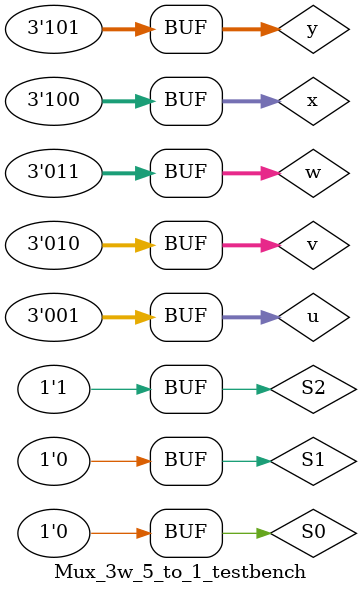
<source format=sv>
module Mux_3w_5_to_1(input S0,S1,S2,input [2:0]u,v,w,x,y,output [2:0]m);
   assign w0 = S0 ? v : u;
   assign w1 = S0 ? x : w;
   assign w2 = S1 ? w1 : w0;
   assign m = S2 ? y : w2;
endmodule // Mux_3w_5_to_1

module Mux_3w_5_to_1_testbench();
   reg [2:0]u,v,w,x,y;
   reg S0,S1,S2;
   wire [2:0] m;

   Mux_3w_5_to_1 DUT(S0,S1,S2,u,v,w,x,y,m);
   initial begin
		u = 1; v = 2;w = 3;x = 4;y = 5;
      S0 = 0;S1 = 0;S2 = 0;#10;
      S0 = 1;S1 = 0;S2 = 0;#10;
      S0 = 0;S1 = 1;S2 = 0;#10;
      S0 = 1;S1 = 1;S2 = 0;#10;
      S0 = 0;S1 = 0;S2 = 1;#10;
   end

endmodule // Mux_3w_5_to_1_testbench

</source>
